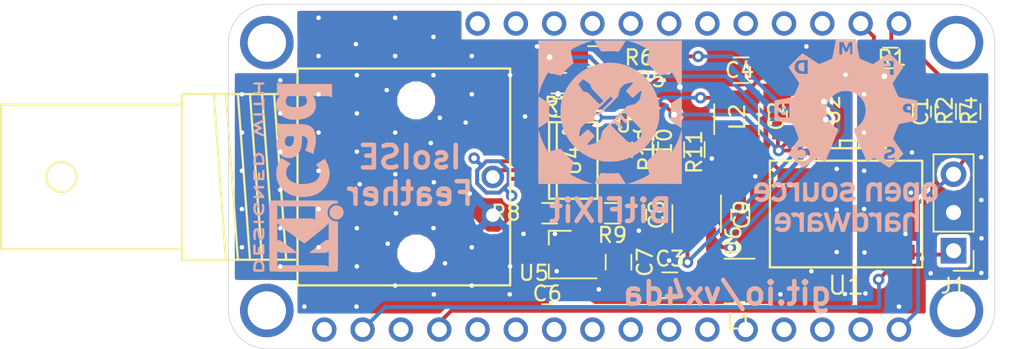
<source format=kicad_pcb>
(kicad_pcb (version 4) (host pcbnew 4.0.7+dfsg1-1~bpo8+1)
  (title_block (title "Isolon Reworked") (date 2018-03-04) (rev 0.3) (company BITFixIT))
  (layers (0 F.Cu signal) (31 B.Cu signal hide) (34 B.Paste user) (35 F.Paste user) (36 B.SilkS user hide) (37 F.SilkS user hide) (38 B.Mask user hide) (39 F.Mask user hide) (44 Edge.Cuts user))
  (net 0 "")
  (net 1 GND)
  (net 2 VCC)
  (net 3 Earth)
  (net 4 VDD)
  (net 5 VEE)
  (net 6 "Net-(C5-Pad1)")
  (net 7 "Net-(C5-Pad2)")
  (net 8 "Net-(C7-Pad1)")
  (net 9 "Net-(C8-Pad2)")
  (net 10 "Net-(L1-Pad1)")
  (net 11 "Net-(L2-Pad1)")
  (net 12 /SCL)
  (net 13 /SDA)
  (net 14 "Net-(J2-Pad1)")
  (net 15 "Net-(R5-Pad2)")
  (net 16 "Net-(R6-Pad2)")
  (net 17 "Net-(R10-Pad2)")
  (net 18 "Net-(R9-Pad1)")
  (net 19 "Net-(R10-Pad1)")
  (net 20 /21)
  (net 21 /~RESET)
  (net 22 /AREF)
  (net 23 /12)
  (net 24 /VBAT)
  (net 25 /EN)
  (net 26 /VUSB)
  (net 27 /13)
  (net 28 /27)
  (net 29 /33)
  (net 30 /15)
  (net 31 /32)
  (net 32 /14)
  (net 33 /A0)
  (net 34 /A1)
  (net 35 /A2)
  (net 36 /A3)
  (net 37 /A4)
  (net 38 /A5)
  (net 39 /SCK)
  (net 40 /MOSI)
  (net 41 /MISO)
  (net 42 /RX)
  (net 43 /TX)
  (module kicad-library:Via_0.6mm (layer F.Cu) (at 133.0833 109.9185)
    (fp_text reference REF** hide)
    (fp_text value Via_0.6mm hide)
    (pad 1 thru_hole circle (at 0 0) (size 0.6 0.6) (drill 0.3) (layers *.Cu) (net 3 Earth))
  )
  (module kicad-library:Via_0.6mm (layer F.Cu) (at 136.1186 108.8898)
    (fp_text reference REF** hide)
    (fp_text value Via_0.6mm hide)
    (pad 1 thru_hole circle (at 0 0) (size 0.6 0.6) (drill 0.3) (layers *.Cu) (net 3 Earth))
  )
  (module kicad-library:Via_0.6mm (layer F.Cu) (at 138.6586 110.1598)
    (fp_text reference REF** hide)
    (fp_text value Via_0.6mm hide)
    (pad 1 thru_hole circle (at 0 0) (size 0.6 0.6) (drill 0.3) (layers *.Cu) (net 3 Earth))
  )
  (module wq-boardv2:bitfixitlogoflipped (layer F.Cu) (at 147.828 101.1936)
    (fp_text reference G*** hide)
    (fp_text value LOGO hide)
  )
  (module kicad-library:Via_0.6mm (layer F.Cu) (at 147.0787 112.9538)
    (fp_text reference REF** hide)
    (fp_text value Via_0.6mm hide)
    (pad 1 thru_hole circle (at 0 0) (size 0.6 0.6) (drill 0.3) (layers *.Cu) (net 3 Earth))
  )
  (module kicad-library:Via_0.6mm (layer F.Cu) (at 149.733 109.0549)
    (fp_text reference REF** hide)
    (fp_text value Via_0.6mm hide)
    (pad 1 thru_hole circle (at 0 0) (size 0.6 0.6) (drill 0.3) (layers *.Cu) (net 3 Earth))
  )
  (module kicad-library:Via_0.6mm (layer F.Cu) (at 160.8455 96.8248)
    (fp_text reference REF** hide)
    (fp_text value Via_0.6mm hide)
    (pad 1 thru_hole circle (at 0 0) (size 0.6 0.6) (drill 0.3) (layers *.Cu) (net 3 Earth))
  )
  (module kicad-library:Via_0.6mm (layer F.Cu) (at 163.4363 98.7044)
    (fp_text reference REF** hide)
    (fp_text value Via_0.6mm hide)
    (pad 1 thru_hole circle (at 0 0) (size 0.6 0.6) (drill 0.3) (layers *.Cu) (net 3 Earth))
  )
  (module kicad-library:Via_0.6mm (layer F.Cu) (at 162.8521 104.9528)
    (fp_text reference REF** hide)
    (fp_text value Via_0.6mm hide)
    (pad 1 thru_hole circle (at 0 0) (size 0.6 0.6) (drill 0.3) (layers *.Cu) (net 3 Earth))
  )
  (module kicad-library:Via_0.6mm (layer F.Cu) (at 162.8521 107.6579)
    (fp_text reference REF** hide)
    (fp_text value Via_0.6mm hide)
    (pad 1 thru_hole circle (at 0 0) (size 0.6 0.6) (drill 0.3) (layers *.Cu) (net 3 Earth))
  )
  (module kicad-library:Via_0.6mm (layer F.Cu) (at 162.8521 110.4773)
    (fp_text reference REF** hide)
    (fp_text value Via_0.6mm hide)
    (pad 1 thru_hole circle (at 0 0) (size 0.6 0.6) (drill 0.3) (layers *.Cu) (net 3 Earth))
  )
  (module kicad-library:Via_0.6mm (layer F.Cu) (at 163.3982 113.2586)
    (fp_text reference REF** hide)
    (fp_text value Via_0.6mm hide)
    (pad 1 thru_hole circle (at 0 0) (size 0.6 0.6) (drill 0.3) (layers *.Cu) (net 3 Earth))
  )
  (module kicad-library:Via_0.6mm (layer F.Cu) (at 161.1757 111.7473)
    (fp_text reference REF** hide)
    (fp_text value Via_0.6mm hide)
    (pad 1 thru_hole circle (at 0 0) (size 0.6 0.6) (drill 0.3) (layers *.Cu) (net 3 Earth))
  )
  (module kicad-library:Via_0.6mm (layer F.Cu) (at 159.1183 113.284)
    (fp_text reference REF** hide)
    (fp_text value Via_0.6mm hide)
    (pad 1 thru_hole circle (at 0 0) (size 0.6 0.6) (drill 0.3) (layers *.Cu) (net 3 Earth))
  )
  (module kicad-library:Via_0.6mm (layer F.Cu) (at 157.4546 105.4481)
    (fp_text reference REF** hide)
    (fp_text value Via_0.6mm hide)
    (pad 1 thru_hole circle (at 0 0) (size 0.6 0.6) (drill 0.3) (layers *.Cu) (net 3 Earth))
  )
  (module kicad-library:Via_0.6mm (layer F.Cu) (at 154.5717 104.267)
    (fp_text reference REF** hide)
    (fp_text value Via_0.6mm hide)
    (pad 1 thru_hole circle (at 0 0) (size 0.6 0.6) (drill 0.3) (layers *.Cu) (net 3 Earth))
  )
  (module kicad-library:Via_0.6mm (layer F.Cu) (at 151.7396 111.0361)
    (fp_text reference REF** hide)
    (fp_text value Via_0.6mm hide)
    (pad 1 thru_hole circle (at 0 0) (size 0.6 0.6) (drill 0.3) (layers *.Cu) (net 3 Earth))
  )
  (module kicad-library:Via_0.6mm (layer F.Cu) (at 144.2847 111.7473)
    (fp_text reference REF** hide)
    (fp_text value Via_0.6mm hide)
    (pad 1 thru_hole circle (at 0 0) (size 0.6 0.6) (drill 0.3) (layers *.Cu) (net 3 Earth))
  )
  (module kicad-library:Via_0.6mm (layer F.Cu) (at 144.1704 109.2708)
    (fp_text reference REF** hide)
    (fp_text value Via_0.6mm hide)
    (pad 1 thru_hole circle (at 0 0) (size 0.6 0.6) (drill 0.3) (layers *.Cu) (net 3 Earth))
  )
  (module kicad-library:Via_0.6mm (layer F.Cu) (at 142.0876 109.2708)
    (fp_text reference REF** hide)
    (fp_text value Via_0.6mm hide)
    (pad 1 thru_hole circle (at 0 0) (size 0.6 0.6) (drill 0.3) (layers *.Cu) (net 3 Earth))
  )
  (module kicad-library:Via_0.6mm (layer F.Cu) (at 141.1732 113.284)
    (fp_text reference REF** hide)
    (fp_text value Via_0.6mm hide)
    (pad 1 thru_hole circle (at 0 0) (size 0.6 0.6) (drill 0.3) (layers *.Cu) (net 3 Earth))
  )
  (module kicad-library:Via_0.6mm (layer F.Cu) (at 138.6586 112.6998)
    (fp_text reference REF** hide)
    (fp_text value Via_0.6mm hide)
    (pad 1 thru_hole circle (at 0 0) (size 0.6 0.6) (drill 0.3) (layers *.Cu) (net 3 Earth))
  )
  (module kicad-library:Via_0.6mm (layer F.Cu) (at 136.144 113.284)
    (fp_text reference REF** hide)
    (fp_text value Via_0.6mm hide)
    (pad 1 thru_hole circle (at 0 0) (size 0.6 0.6) (drill 0.3) (layers *.Cu) (net 3 Earth))
  )
  (module kicad-library:Via_0.6mm (layer F.Cu) (at 133.5786 112.6998)
    (fp_text reference REF** hide)
    (fp_text value Via_0.6mm hide)
    (pad 1 thru_hole circle (at 0 0) (size 0.6 0.6) (drill 0.3) (layers *.Cu) (net 3 Earth))
  )
  (module kicad-library:Via_0.6mm (layer F.Cu) (at 131.0132 114.0968)
    (fp_text reference REF** hide)
    (fp_text value Via_0.6mm hide)
    (pad 1 thru_hole circle (at 0 0) (size 0.6 0.6) (drill 0.3) (layers *.Cu) (net 3 Earth))
  )
  (module kicad-library:Via_0.6mm (layer F.Cu) (at 127.5588 114.0968)
    (fp_text reference REF** hide)
    (fp_text value Via_0.6mm hide)
    (pad 1 thru_hole circle (at 0 0) (size 0.6 0.6) (drill 0.3) (layers *.Cu) (net 3 Earth))
  )
  (module kicad-library:Via_0.6mm (layer F.Cu) (at 141.1986 111.4298)
    (fp_text reference REF** hide)
    (fp_text value Via_0.6mm hide)
    (pad 1 thru_hole circle (at 0 0) (size 0.6 0.6) (drill 0.3) (layers *.Cu) (net 3 Earth))
  )
  (module kicad-library:Via_0.6mm (layer F.Cu) (at 136.8806 111.2266)
    (fp_text reference REF** hide)
    (fp_text value Via_0.6mm hide)
    (pad 1 thru_hole circle (at 0 0) (size 0.6 0.6) (drill 0.3) (layers *.Cu) (net 3 Earth))
  )
  (module kicad-library:Via_0.6mm (layer F.Cu) (at 131.0386 111.4298)
    (fp_text reference REF** hide)
    (fp_text value Via_0.6mm hide)
    (pad 1 thru_hole circle (at 0 0) (size 0.6 0.6) (drill 0.3) (layers *.Cu) (net 3 Earth))
  )
  (module kicad-library:Via_0.6mm (layer F.Cu) (at 128.4986 110.1598)
    (fp_text reference REF** hide)
    (fp_text value Via_0.6mm hide)
    (pad 1 thru_hole circle (at 0 0) (size 0.6 0.6) (drill 0.3) (layers *.Cu) (net 3 Earth))
  )
  (module kicad-library:Via_0.6mm (layer F.Cu) (at 125.9586 111.4298)
    (fp_text reference REF** hide)
    (fp_text value Via_0.6mm hide)
    (pad 1 thru_hole circle (at 0 0) (size 0.6 0.6) (drill 0.3) (layers *.Cu) (net 3 Earth))
  )
  (module kicad-library:Via_0.6mm (layer F.Cu) (at 123.4186 110.1598)
    (fp_text reference REF** hide)
    (fp_text value Via_0.6mm hide)
    (pad 1 thru_hole circle (at 0 0) (size 0.6 0.6) (drill 0.3) (layers *.Cu) (net 3 Earth))
  )
  (module kicad-library:Via_0.6mm (layer F.Cu) (at 138.5189 106.5911)
    (fp_text reference REF** hide)
    (fp_text value Via_0.6mm hide)
    (pad 1 thru_hole circle (at 0 0) (size 0.6 0.6) (drill 0.3) (layers *.Cu) (net 3 Earth))
  )
  (module kicad-library:Via_0.6mm (layer F.Cu) (at 133.6294 107.8992)
    (fp_text reference REF** hide)
    (fp_text value Via_0.6mm hide)
    (pad 1 thru_hole circle (at 0 0) (size 0.6 0.6) (drill 0.3) (layers *.Cu) (net 3 Earth))
  )
  (module kicad-library:Via_0.6mm (layer F.Cu) (at 131.0386 108.8898)
    (fp_text reference REF** hide)
    (fp_text value Via_0.6mm hide)
    (pad 1 thru_hole circle (at 0 0) (size 0.6 0.6) (drill 0.3) (layers *.Cu) (net 3 Earth))
  )
  (module kicad-library:Via_0.6mm (layer F.Cu) (at 128.4986 107.6198)
    (fp_text reference REF** hide)
    (fp_text value Via_0.6mm hide)
    (pad 1 thru_hole circle (at 0 0) (size 0.6 0.6) (drill 0.3) (layers *.Cu) (net 3 Earth))
  )
  (module kicad-library:Via_0.6mm (layer F.Cu) (at 125.9586 108.8898)
    (fp_text reference REF** hide)
    (fp_text value Via_0.6mm hide)
    (pad 1 thru_hole circle (at 0 0) (size 0.6 0.6) (drill 0.3) (layers *.Cu) (net 3 Earth))
  )
  (module kicad-library:Via_0.6mm (layer F.Cu) (at 123.4186 107.6198)
    (fp_text reference REF** hide)
    (fp_text value Via_0.6mm hide)
    (pad 1 thru_hole circle (at 0 0) (size 0.6 0.6) (drill 0.3) (layers *.Cu) (net 3 Earth))
  )
  (module kicad-library:Via_0.6mm (layer F.Cu) (at 136.144 105.8418)
    (fp_text reference REF** hide)
    (fp_text value Via_0.6mm hide)
    (pad 1 thru_hole circle (at 0 0) (size 0.6 0.6) (drill 0.3) (layers *.Cu) (net 3 Earth))
  )
  (module kicad-library:Via_0.6mm (layer F.Cu) (at 133.5913 105.3084)
    (fp_text reference REF** hide)
    (fp_text value Via_0.6mm hide)
    (pad 1 thru_hole circle (at 0 0) (size 0.6 0.6) (drill 0.3) (layers *.Cu) (net 3 Earth))
  )
  (module kicad-library:Via_0.6mm (layer F.Cu) (at 131.2291 105.9688)
    (fp_text reference REF** hide)
    (fp_text value Via_0.6mm hide)
    (pad 1 thru_hole circle (at 0 0) (size 0.6 0.6) (drill 0.3) (layers *.Cu) (net 3 Earth))
  )
  (module kicad-library:Via_0.6mm (layer F.Cu) (at 128.4986 105.0798)
    (fp_text reference REF** hide)
    (fp_text value Via_0.6mm hide)
    (pad 1 thru_hole circle (at 0 0) (size 0.6 0.6) (drill 0.3) (layers *.Cu) (net 3 Earth))
  )
  (module kicad-library:Via_0.6mm (layer F.Cu) (at 125.9586 106.3498)
    (fp_text reference REF** hide)
    (fp_text value Via_0.6mm hide)
    (pad 1 thru_hole circle (at 0 0) (size 0.6 0.6) (drill 0.3) (layers *.Cu) (net 3 Earth))
  )
  (module kicad-library:Via_0.6mm (layer F.Cu) (at 123.4186 105.0798)
    (fp_text reference REF** hide)
    (fp_text value Via_0.6mm hide)
    (pad 1 thru_hole circle (at 0 0) (size 0.6 0.6) (drill 0.3) (layers *.Cu) (net 3 Earth))
  )
  (module kicad-library:Via_0.6mm (layer F.Cu) (at 138.2522 101.8794)
    (fp_text reference REF** hide)
    (fp_text value Via_0.6mm hide)
    (pad 1 thru_hole circle (at 0 0) (size 0.6 0.6) (drill 0.3) (layers *.Cu) (net 3 Earth))
  )
  (module kicad-library:Via_0.6mm (layer F.Cu) (at 135.9408 103.2383)
    (fp_text reference REF** hide)
    (fp_text value Via_0.6mm hide)
    (pad 1 thru_hole circle (at 0 0) (size 0.6 0.6) (drill 0.3) (layers *.Cu) (net 3 Earth))
  )
  (module kicad-library:Via_0.6mm (layer F.Cu) (at 133.5786 102.5398)
    (fp_text reference REF** hide)
    (fp_text value Via_0.6mm hide)
    (pad 1 thru_hole circle (at 0 0) (size 0.6 0.6) (drill 0.3) (layers *.Cu) (net 3 Earth))
  )
  (module kicad-library:Via_0.6mm (layer F.Cu) (at 131.0386 103.8098)
    (fp_text reference REF** hide)
    (fp_text value Via_0.6mm hide)
    (pad 1 thru_hole circle (at 0 0) (size 0.6 0.6) (drill 0.3) (layers *.Cu) (net 3 Earth))
  )
  (module kicad-library:Via_0.6mm (layer F.Cu) (at 128.4986 102.5398)
    (fp_text reference REF** hide)
    (fp_text value Via_0.6mm hide)
    (pad 1 thru_hole circle (at 0 0) (size 0.6 0.6) (drill 0.3) (layers *.Cu) (net 3 Earth))
  )
  (module kicad-library:Via_0.6mm (layer F.Cu) (at 125.9586 103.8098)
    (fp_text reference REF** hide)
    (fp_text value Via_0.6mm hide)
    (pad 1 thru_hole circle (at 0 0) (size 0.6 0.6) (drill 0.3) (layers *.Cu) (net 3 Earth))
  )
  (module kicad-library:Via_0.6mm (layer F.Cu) (at 123.4186 102.5398)
    (fp_text reference REF** hide)
    (fp_text value Via_0.6mm hide)
    (pad 1 thru_hole circle (at 0 0) (size 0.6 0.6) (drill 0.3) (layers *.Cu) (net 3 Earth))
  )
  (module kicad-library:Via_0.6mm (layer F.Cu) (at 142.1892 101.473)
    (fp_text reference REF** hide)
    (fp_text value Via_0.6mm hide)
    (pad 1 thru_hole circle (at 0 0) (size 0.6 0.6) (drill 0.3) (layers *.Cu) (net 3 Earth))
  )
  (module kicad-library:Via_0.6mm (layer F.Cu) (at 138.6586 99.9998)
    (fp_text reference REF** hide)
    (fp_text value Via_0.6mm hide)
    (pad 1 thru_hole circle (at 0 0) (size 0.6 0.6) (drill 0.3) (layers *.Cu) (net 3 Earth))
  )
  (module kicad-library:Via_0.6mm (layer F.Cu) (at 136.5377 101.5619)
    (fp_text reference REF** hide)
    (fp_text value Via_0.6mm hide)
    (pad 1 thru_hole circle (at 0 0) (size 0.6 0.6) (drill 0.3) (layers *.Cu) (net 3 Earth))
  )
  (module kicad-library:Via_0.6mm (layer F.Cu) (at 133.0198 99.7204)
    (fp_text reference REF** hide)
    (fp_text value Via_0.6mm hide)
    (pad 1 thru_hole circle (at 0 0) (size 0.6 0.6) (drill 0.3) (layers *.Cu) (net 3 Earth))
  )
  (module kicad-library:Via_0.6mm (layer F.Cu) (at 131.0386 101.2698)
    (fp_text reference REF** hide)
    (fp_text value Via_0.6mm hide)
    (pad 1 thru_hole circle (at 0 0) (size 0.6 0.6) (drill 0.3) (layers *.Cu) (net 3 Earth))
  )
  (module kicad-library:Via_0.6mm (layer F.Cu) (at 128.4986 99.9998)
    (fp_text reference REF** hide)
    (fp_text value Via_0.6mm hide)
    (pad 1 thru_hole circle (at 0 0) (size 0.6 0.6) (drill 0.3) (layers *.Cu) (net 3 Earth))
  )
  (module kicad-library:Via_0.6mm (layer F.Cu) (at 125.9586 101.2698)
    (fp_text reference REF** hide)
    (fp_text value Via_0.6mm hide)
    (pad 1 thru_hole circle (at 0 0) (size 0.6 0.6) (drill 0.3) (layers *.Cu) (net 3 Earth))
  )
  (module kicad-library:Via_0.6mm (layer F.Cu) (at 123.4186 99.9998)
    (fp_text reference REF** hide)
    (fp_text value Via_0.6mm hide)
    (pad 1 thru_hole circle (at 0 0) (size 0.6 0.6) (drill 0.3) (layers *.Cu) (net 3 Earth))
  )
  (module kicad-library:Via_0.6mm (layer F.Cu) (at 141.1986 98.7298)
    (fp_text reference REF** hide)
    (fp_text value Via_0.6mm hide)
    (pad 1 thru_hole circle (at 0 0) (size 0.6 0.6) (drill 0.3) (layers *.Cu) (net 3 Earth))
  )
  (module kicad-library:Via_0.6mm (layer F.Cu) (at 138.6586 97.4598)
    (fp_text reference REF** hide)
    (fp_text value Via_0.6mm hide)
    (pad 1 thru_hole circle (at 0 0) (size 0.6 0.6) (drill 0.3) (layers *.Cu) (net 3 Earth))
  )
  (module kicad-library:Via_0.6mm (layer F.Cu) (at 136.1186 98.7298)
    (fp_text reference REF** hide)
    (fp_text value Via_0.6mm hide)
    (pad 1 thru_hole circle (at 0 0) (size 0.6 0.6) (drill 0.3) (layers *.Cu) (net 3 Earth))
  )
  (module kicad-library:Via_0.6mm (layer F.Cu) (at 133.5786 97.4598)
    (fp_text reference REF** hide)
    (fp_text value Via_0.6mm hide)
    (pad 1 thru_hole circle (at 0 0) (size 0.6 0.6) (drill 0.3) (layers *.Cu) (net 3 Earth))
  )
  (module kicad-library:Via_0.6mm (layer F.Cu) (at 131.0386 98.7298)
    (fp_text reference REF** hide)
    (fp_text value Via_0.6mm hide)
    (pad 1 thru_hole circle (at 0 0) (size 0.6 0.6) (drill 0.3) (layers *.Cu) (net 3 Earth))
  )
  (module kicad-library:Via_0.6mm (layer F.Cu) (at 128.4986 97.4598)
    (fp_text reference REF** hide)
    (fp_text value Via_0.6mm hide)
    (pad 1 thru_hole circle (at 0 0) (size 0.6 0.6) (drill 0.3) (layers *.Cu) (net 3 Earth))
  )
  (module kicad-library:Via_0.6mm (layer F.Cu) (at 125.9586 99.0727)
    (fp_text reference REF** hide)
    (fp_text value Via_0.6mm hide)
    (pad 1 thru_hole circle (at 0 0) (size 0.6 0.6) (drill 0.3) (layers *.Cu) (net 3 Earth))
  )
  (module kicad-library:Via_0.6mm (layer F.Cu) (at 142.9766 96.8248)
    (fp_text reference REF** hide)
    (fp_text value Via_0.6mm hide)
    (pad 1 thru_hole circle (at 0 0) (size 0.6 0.6) (drill 0.3) (layers *.Cu) (net 3 Earth))
  )
  (module kicad-library:Via_0.6mm (layer F.Cu) (at 136.1186 96.1898)
    (fp_text reference REF** hide)
    (fp_text value Via_0.6mm hide)
    (pad 1 thru_hole circle (at 0 0) (size 0.6 0.6) (drill 0.3) (layers *.Cu) (net 3 Earth))
  )
  (module kicad-library:Via_0.6mm (layer F.Cu) (at 133.5786 94.9198)
    (fp_text reference REF** hide)
    (fp_text value Via_0.6mm hide)
    (pad 1 thru_hole circle (at 0 0) (size 0.6 0.6) (drill 0.3) (layers *.Cu) (net 3 Earth))
  )
  (module kicad-library:Via_0.6mm (layer F.Cu) (at 130.9751 96.6724)
    (fp_text reference REF** hide)
    (fp_text value Via_0.6mm hide)
    (pad 1 thru_hole circle (at 0 0) (size 0.6 0.6) (drill 0.3) (layers *.Cu) (net 3 Earth))
  )
  (module kicad-library:Via_0.6mm (layer F.Cu) (at 128.4986 94.9198)
    (fp_text reference REF** hide)
    (fp_text value Via_0.6mm hide)
    (pad 1 thru_hole circle (at 0 0) (size 0.6 0.6) (drill 0.3) (layers *.Cu) (net 3 Earth))
  )
  (module kicad-library:Via_0.6mm (layer F.Cu) (at 172.4406 111.8616)
    (fp_text reference REF** hide)
    (fp_text value Via_0.6mm hide)
    (pad 1 thru_hole circle (at 0 0) (size 0.6 0.6) (drill 0.3) (layers *.Cu) (net 1 GND))
  )
  (module kicad-library:Via_0.6mm (layer F.Cu) (at 172.4533 109.5629)
    (fp_text reference REF** hide)
    (fp_text value Via_0.6mm hide)
    (pad 1 thru_hole circle (at 0 0) (size 0.6 0.6) (drill 0.3) (layers *.Cu) (net 1 GND))
  )
  (module kicad-library:Via_0.6mm (layer F.Cu) (at 172.4406 107.0229)
    (fp_text reference REF** hide)
    (fp_text value Via_0.6mm hide)
    (pad 1 thru_hole circle (at 0 0) (size 0.6 0.6) (drill 0.3) (layers *.Cu) (net 1 GND))
  )
  (module kicad-library:Via_0.6mm (layer F.Cu) (at 172.4406 104.1781)
    (fp_text reference REF** hide)
    (fp_text value Via_0.6mm hide)
    (pad 1 thru_hole circle (at 0 0) (size 0.6 0.6) (drill 0.3) (layers *.Cu) (net 1 GND))
  )
  (module kicad-library:Via_0.6mm (layer F.Cu) (at 166.9796 114.0968)
    (fp_text reference REF** hide)
    (fp_text value Via_0.6mm hide)
    (pad 1 thru_hole circle (at 0 0) (size 0.6 0.6) (drill 0.3) (layers *.Cu) (net 1 GND))
  )
  (module kicad-library:Via_0.6mm (layer F.Cu) (at 164.7571 113.2205)
    (fp_text reference REF** hide)
    (fp_text value Via_0.6mm hide)
    (pad 1 thru_hole circle (at 0 0) (size 0.6 0.6) (drill 0.3) (layers *.Cu) (net 1 GND))
  )
  (module kicad-library:Via_0.6mm (layer F.Cu) (at 169.0878 111.887)
    (fp_text reference REF** hide)
    (fp_text value Via_0.6mm hide)
    (pad 1 thru_hole circle (at 0 0) (size 0.6 0.6) (drill 0.3) (layers *.Cu) (net 1 GND))
  )
  (module kicad-library:Via_0.6mm (layer F.Cu) (at 164.6936 110.5027)
    (fp_text reference REF** hide)
    (fp_text value Via_0.6mm hide)
    (pad 1 thru_hole circle (at 0 0) (size 0.6 0.6) (drill 0.3) (layers *.Cu) (net 1 GND))
  )
  (module kicad-library:Via_0.6mm (layer F.Cu) (at 167.4114 109.2708)
    (fp_text reference REF** hide)
    (fp_text value Via_0.6mm hide)
    (pad 1 thru_hole circle (at 0 0) (size 0.6 0.6) (drill 0.3) (layers *.Cu) (net 1 GND))
  )
  (module kicad-library:Via_0.6mm (layer F.Cu) (at 164.6682 107.6198)
    (fp_text reference REF** hide)
    (fp_text value Via_0.6mm hide)
    (pad 1 thru_hole circle (at 0 0) (size 0.6 0.6) (drill 0.3) (layers *.Cu) (net 1 GND))
  )
  (module kicad-library:Via_0.6mm (layer F.Cu) (at 167.767 106.5276)
    (fp_text reference REF** hide)
    (fp_text value Via_0.6mm hide)
    (pad 1 thru_hole circle (at 0 0) (size 0.6 0.6) (drill 0.3) (layers *.Cu) (net 1 GND))
  )
  (module kicad-library:Via_0.6mm (layer F.Cu) (at 164.6682 105.0798)
    (fp_text reference REF** hide)
    (fp_text value Via_0.6mm hide)
    (pad 1 thru_hole circle (at 0 0) (size 0.6 0.6) (drill 0.3) (layers *.Cu) (net 1 GND))
  )
  (module kicad-library:Via_0.6mm (layer F.Cu) (at 167.8432 103.8606)
    (fp_text reference REF** hide)
    (fp_text value Via_0.6mm hide)
    (pad 1 thru_hole circle (at 0 0) (size 0.6 0.6) (drill 0.3) (layers *.Cu) (net 1 GND))
  )
  (module kicad-library:Via_0.6mm (layer F.Cu) (at 164.6682 102.5398)
    (fp_text reference REF** hide)
    (fp_text value Via_0.6mm hide)
    (pad 1 thru_hole circle (at 0 0) (size 0.6 0.6) (drill 0.3) (layers *.Cu) (net 1 GND))
  )
  (module SMD_Packages:SOIC-8-N (layer F.Cu) (at 163.83 101.0412 90)
    (fp_text reference U2 (at 0 -1.27 90) (layer F.SilkS))
    (fp_text value ADUM1250ARZ)
    (pad 8 smd rect (at -1.905 -3.175 90) (size 0.508 1.143) (layers F.Cu F.Paste F.Mask) (net 4 VDD))
    (pad 7 smd rect (at -0.635 -3.175 90) (size 0.508 1.143) (layers F.Cu F.Paste F.Mask) (net 16 "Net-(R6-Pad2)"))
    (pad 6 smd rect (at 0.635 -3.175 90) (size 0.508 1.143) (layers F.Cu F.Paste F.Mask) (net 15 "Net-(R5-Pad2)"))
    (pad 5 smd rect (at 1.905 -3.175 90) (size 0.508 1.143) (layers F.Cu F.Paste F.Mask) (net 3 Earth))
    (pad 4 smd rect (at 1.905 3.175 90) (size 0.508 1.143) (layers F.Cu F.Paste F.Mask) (net 1 GND))
    (pad 3 smd rect (at 0.635 3.175 90) (size 0.508 1.143) (layers F.Cu F.Paste F.Mask) (net 12 /SCL))
    (pad 2 smd rect (at -0.635 3.175 90) (size 0.508 1.143) (layers F.Cu F.Paste F.Mask) (net 13 /SDA))
    (pad 1 smd rect (at -1.905 3.175 90) (size 0.508 1.143) (layers F.Cu F.Paste F.Mask) (net 2 VCC))
  )
  (module Resistors_SMD:R_0603_HandSoldering (layer F.Cu) (at 166.4208 97.5868 180)
    (fp_text reference R1 (at -0.1016 0 180) (layer F.SilkS))
    (fp_text value 3K)
    (pad 1 smd rect (at -1.1 0 180) (size 1.2 0.9) (layers F.Cu F.Paste F.Mask) (net 2 VCC))
    (pad 2 smd rect (at 1.1 0 180) (size 1.2 0.9) (layers F.Cu F.Paste F.Mask) (net 12 /SCL))
  )
  (module Capacitors_SMD:C_0805_HandSoldering (layer F.Cu) (at 151.7904 112.6744)
    (fp_text reference C3 (at 0 -1.75) (layer F.SilkS))
    (fp_text value 10uF)
    (pad 1 smd rect (at -1.25 0) (size 1.5 1.25) (layers F.Cu F.Paste F.Mask) (net 3 Earth))
    (pad 2 smd rect (at 1.25 0) (size 1.5 1.25) (layers F.Cu F.Paste F.Mask) (net 4 VDD))
  )
  (module Capacitors_SMD:C_0805_HandSoldering (layer F.Cu) (at 156.5148 98.3996 180)
    (fp_text reference C4 (at 0.1016 0 180) (layer F.SilkS))
    (fp_text value 10uF)
    (pad 1 smd rect (at -1.25 0 180) (size 1.5 1.25) (layers F.Cu F.Paste F.Mask) (net 5 VEE))
    (pad 2 smd rect (at 1.25 0 180) (size 1.5 1.25) (layers F.Cu F.Paste F.Mask) (net 3 Earth))
  )
  (module Capacitors_SMD:C_0805_HandSoldering (layer F.Cu) (at 148.3868 111.1504 270)
    (fp_text reference C7 (at 0 -1.75 270) (layer F.SilkS))
    (fp_text value 10uF)
    (pad 1 smd rect (at -1.25 0 270) (size 1.5 1.25) (layers F.Cu F.Paste F.Mask) (net 8 "Net-(C7-Pad1)"))
    (pad 2 smd rect (at 1.25 0 270) (size 1.5 1.25) (layers F.Cu F.Paste F.Mask) (net 3 Earth))
  )
  (module Resistors_SMD:R_0603_HandSoldering (layer F.Cu) (at 170.0784 101.1428 90)
    (fp_text reference R2 (at 0.0508 -0.0508 90) (layer F.SilkS))
    (fp_text value 3K)
    (pad 1 smd rect (at -1.1 0 90) (size 1.2 0.9) (layers F.Cu F.Paste F.Mask) (net 2 VCC))
    (pad 2 smd rect (at 1.1 0 90) (size 1.2 0.9) (layers F.Cu F.Paste F.Mask) (net 13 /SDA))
  )
  (module Resistors_SMD:R_0603_HandSoldering (layer F.Cu) (at 171.704 101.1428 270)
    (fp_text reference R4 (at -0.0508 0.0635 270) (layer F.SilkS))
    (fp_text value 4.7K)
    (pad 1 smd rect (at -1.1 0 270) (size 1.2 0.9) (layers F.Cu F.Paste F.Mask) (net 2 VCC))
    (pad 2 smd rect (at 1.1 0 270) (size 1.2 0.9) (layers F.Cu F.Paste F.Mask) (net 20 /21))
  )
  (module Resistors_SMD:R_0603_HandSoldering (layer F.Cu) (at 151.2316 97.4852)
    (fp_text reference R5 (at -0.7 1.52) (layer F.SilkS))
    (fp_text value 4.7K)
    (pad 1 smd rect (at -1.1 0) (size 1.2 0.9) (layers F.Cu F.Paste F.Mask) (net 4 VDD))
    (pad 2 smd rect (at 1.1 0) (size 1.2 0.9) (layers F.Cu F.Paste F.Mask) (net 15 "Net-(R5-Pad2)"))
  )
  (module Resistors_SMD:R_0603_HandSoldering (layer F.Cu) (at 146.8628 97.4852 180)
    (fp_text reference R6 (at -2.8956 -0.0762 180) (layer F.SilkS))
    (fp_text value 4.7K)
    (pad 1 smd rect (at -1.1 0 180) (size 1.2 0.9) (layers F.Cu F.Paste F.Mask) (net 4 VDD))
    (pad 2 smd rect (at 1.1 0 180) (size 1.2 0.9) (layers F.Cu F.Paste F.Mask) (net 16 "Net-(R6-Pad2)"))
  )
  (module Resistors_SMD:R_0603_HandSoldering (layer F.Cu) (at 144.4244 99.2632 180)
    (fp_text reference R7 (at 0 -1.45 180) (layer F.SilkS))
    (fp_text value 10K)
    (pad 1 smd rect (at -1.1 0 180) (size 1.2 0.9) (layers F.Cu F.Paste F.Mask) (net 7 "Net-(C5-Pad2)"))
    (pad 2 smd rect (at 1.1 0 180) (size 1.2 0.9) (layers F.Cu F.Paste F.Mask) (net 3 Earth))
  )
  (module Resistors_SMD:R_0603_HandSoldering (layer F.Cu) (at 143.8148 107.8992 180)
    (fp_text reference R8 (at 2.8956 0.0254 180) (layer F.SilkS))
    (fp_text value 100K)
    (pad 1 smd rect (at -1.1 0 180) (size 1.2 0.9) (layers F.Cu F.Paste F.Mask) (net 17 "Net-(R10-Pad2)"))
    (pad 2 smd rect (at 1.1 0 180) (size 1.2 0.9) (layers F.Cu F.Paste F.Mask) (net 6 "Net-(C5-Pad1)"))
  )
  (module TO_SOT_Packages_SMD:SOT-363_SC-70-6_Handsoldering (layer F.Cu) (at 149.1996 100.0252 180)
    (fp_text reference U3 (at 0 -2 180) (layer F.SilkS))
    (fp_text value MCP4017)
    (pad 1 smd rect (at -1.33 -0.65 180) (size 1.5 0.4) (layers F.Cu F.Paste F.Mask) (net 4 VDD))
    (pad 2 smd rect (at -1.33 0 180) (size 1.5 0.4) (layers F.Cu F.Paste F.Mask) (net 3 Earth))
    (pad 3 smd rect (at -1.33 0.65 180) (size 1.5 0.4) (layers F.Cu F.Paste F.Mask) (net 15 "Net-(R5-Pad2)"))
    (pad 4 smd rect (at 1.33 0.65 180) (size 1.5 0.4) (layers F.Cu F.Paste F.Mask) (net 16 "Net-(R6-Pad2)"))
    (pad 5 smd rect (at 1.33 0 180) (size 1.5 0.4) (layers F.Cu F.Paste F.Mask) (net 6 "Net-(C5-Pad1)"))
    (pad 6 smd rect (at 1.33 -0.65 180) (size 1.5 0.4) (layers F.Cu F.Paste F.Mask) (net 7 "Net-(C5-Pad2)"))
  )
  (module TO_SOT_Packages_SMD:SOT-23_Handsoldering (layer F.Cu) (at 144.526 110.6424 180)
    (fp_text reference U5 (at 1.7526 -1.2192 180) (layer F.SilkS))
    (fp_text value REF3130)
    (pad 1 smd rect (at -1.5 -0.95 180) (size 1.9 0.8) (layers F.Cu F.Paste F.Mask) (net 3 Earth))
    (pad 2 smd rect (at -1.5 0.95 180) (size 1.9 0.8) (layers F.Cu F.Paste F.Mask) (net 8 "Net-(C7-Pad1)"))
    (pad 3 smd rect (at 1.5 0 180) (size 1.9 0.8) (layers F.Cu F.Paste F.Mask) (net 4 VDD))
  )
  (module TO_SOT_Packages_SMD:SOT-23-5_HandSoldering (layer F.Cu) (at 153.5684 108.2548 270)
    (fp_text reference U6 (at 1.4478 -2.4384 270) (layer F.SilkS))
    (fp_text value MCP3221)
    (pad 1 smd rect (at -1.35 -0.95 270) (size 1.56 0.65) (layers F.Cu F.Paste F.Mask) (net 8 "Net-(C7-Pad1)"))
    (pad 2 smd rect (at -1.35 0 270) (size 1.56 0.65) (layers F.Cu F.Paste F.Mask) (net 3 Earth))
    (pad 3 smd rect (at -1.35 0.95 270) (size 1.56 0.65) (layers F.Cu F.Paste F.Mask) (net 9 "Net-(C8-Pad2)"))
    (pad 4 smd rect (at 1.35 0.95 270) (size 1.56 0.65) (layers F.Cu F.Paste F.Mask) (net 16 "Net-(R6-Pad2)"))
    (pad 5 smd rect (at 1.35 -0.95 270) (size 1.56 0.65) (layers F.Cu F.Paste F.Mask) (net 15 "Net-(R5-Pad2)"))
  )
  (module Resistors_SMD:R_0603_HandSoldering (layer F.Cu) (at 147.9804 107.8992 180)
    (fp_text reference R9 (at 0 -1.45 180) (layer F.SilkS))
    (fp_text value 3K)
    (pad 1 smd rect (at -1.1 0 180) (size 1.2 0.9) (layers F.Cu F.Paste F.Mask) (net 18 "Net-(R9-Pad1)"))
    (pad 2 smd rect (at 1.1 0 180) (size 1.2 0.9) (layers F.Cu F.Paste F.Mask) (net 8 "Net-(C7-Pad1)"))
  )
  (module Resistors_SMD:R_0603_HandSoldering (layer F.Cu) (at 149.9616 103.6828 270)
    (fp_text reference R10 (at 0 -1.45 270) (layer F.SilkS))
    (fp_text value 100K)
    (pad 1 smd rect (at -1.1 0 270) (size 1.2 0.9) (layers F.Cu F.Paste F.Mask) (net 19 "Net-(R10-Pad1)"))
    (pad 2 smd rect (at 1.1 0 270) (size 1.2 0.9) (layers F.Cu F.Paste F.Mask) (net 17 "Net-(R10-Pad2)"))
  )
  (module kicad-library:Inductor_Murata_8200 (layer F.Cu) (at 156.21 101.6508 90)
    (fp_text reference L2 (at 0.1524 0.0508 90) (layer F.SilkS))
    (fp_text value 10uH)
    (pad 1 smd rect (at -1.143 0 90) (size 1.524 3.048) (layers F.Cu F.Paste F.Mask) (net 11 "Net-(L2-Pad1)"))
    (pad 2 smd rect (at 1.143 0 90) (size 1.524 3.048) (layers F.Cu F.Paste F.Mask) (net 5 VEE))
  )
  (module kicad-library:Inductor_Murata_8200 (layer F.Cu) (at 156.4132 112.395 180)
    (fp_text reference L1 (at 0 -2.7 180) (layer F.SilkS))
    (fp_text value 10uH)
    (pad 1 smd rect (at -1.143 0 180) (size 1.524 3.048) (layers F.Cu F.Paste F.Mask) (net 10 "Net-(L1-Pad1)"))
    (pad 2 smd rect (at 1.143 0 180) (size 1.524 3.048) (layers F.Cu F.Paste F.Mask) (net 4 VDD))
  )
  (module kicad-library:C_0603_HandSoldering (layer F.Cu) (at 144.4244 100.8888)
    (fp_text reference C5 (at 0 0.1016 180) (layer F.SilkS))
    (fp_text value 0.1uF)
    (pad 1 smd rect (at -0.95 0) (size 1.2 0.75) (layers F.Cu F.Paste F.Mask) (net 6 "Net-(C5-Pad1)"))
    (pad 2 smd rect (at 0.95 0) (size 1.2 0.75) (layers F.Cu F.Paste F.Mask) (net 7 "Net-(C5-Pad2)"))
  )
  (module kicad-library:C_0603_HandSoldering (layer F.Cu) (at 143.6624 113.3348 180)
    (fp_text reference C6 (at 0 0.1016 360) (layer F.SilkS))
    (fp_text value 0.1uF)
    (pad 1 smd rect (at -0.95 0 180) (size 1.2 0.75) (layers F.Cu F.Paste F.Mask) (net 4 VDD))
    (pad 2 smd rect (at 0.95 0 180) (size 1.2 0.75) (layers F.Cu F.Paste F.Mask) (net 3 Earth))
  )
  (module kicad-library:C_0603_HandSoldering (layer F.Cu) (at 156.464 108.0008 90)
    (fp_text reference C9 (at 0 0.1016 270) (layer F.SilkS))
    (fp_text value 0.1uF)
    (pad 1 smd rect (at -0.95 0 90) (size 1.2 0.75) (layers F.Cu F.Paste F.Mask) (net 3 Earth))
    (pad 2 smd rect (at 0.95 0 90) (size 1.2 0.75) (layers F.Cu F.Paste F.Mask) (net 8 "Net-(C7-Pad1)"))
  )
  (module kicad-library:C_0603_HandSoldering (layer F.Cu) (at 168.5036 101.1428 270)
    (fp_text reference C1 (at 0 0.1016 450) (layer F.SilkS))
    (fp_text value 0.1uF)
    (pad 1 smd rect (at -0.95 0 270) (size 1.2 0.75) (layers F.Cu F.Paste F.Mask) (net 1 GND))
    (pad 2 smd rect (at 0.95 0 270) (size 1.2 0.75) (layers F.Cu F.Paste F.Mask) (net 2 VCC))
  )
  (module kicad-library:C_0603_HandSoldering (layer F.Cu) (at 158.9532 101.4476 270)
    (fp_text reference C2 (at 0 0.1016 450) (layer F.SilkS))
    (fp_text value 0.1uF)
    (pad 1 smd rect (at -0.95 0 270) (size 1.2 0.75) (layers F.Cu F.Paste F.Mask) (net 3 Earth))
    (pad 2 smd rect (at 0.95 0 270) (size 1.2 0.75) (layers F.Cu F.Paste F.Mask) (net 4 VDD))
  )
  (module kicad-library:C_0603_HandSoldering (layer F.Cu) (at 150.8252 108.0008 90)
    (fp_text reference C8 (at 0 0.1016 270) (layer F.SilkS))
    (fp_text value 220pF)
    (pad 1 smd rect (at -0.95 0 90) (size 1.2 0.75) (layers F.Cu F.Paste F.Mask) (net 3 Earth))
    (pad 2 smd rect (at 0.95 0 90) (size 1.2 0.75) (layers F.Cu F.Paste F.Mask) (net 9 "Net-(C8-Pad2)"))
  )
  (module kicad-library:5pinMTU (layer F.Cu) (at 163.4744 107.95 90)
    (fp_text reference U1 (at -4.74 0 180) (layer F.SilkS) (effects (font (size 1.2 1.2))))
    (fp_text value MTU1D0305MC)
    (pad 6 smd rect (at -2.54 -3.25 90) (size 1 2.6) (layers F.Cu F.Paste F.Mask) (net 10 "Net-(L1-Pad1)"))
    (pad 1 smd rect (at -2.54 3.25 90) (size 1 2.6) (layers F.Cu F.Paste F.Mask) (net 2 VCC))
    (pad 5 smd rect (at 0 -3.25 90) (size 1 2.6) (layers F.Cu F.Paste F.Mask) (net 3 Earth))
    (pad 4 smd rect (at 2.54 -3.25 90) (size 1 2.6) (layers F.Cu F.Paste F.Mask) (net 11 "Net-(L2-Pad1)"))
    (pad 3 smd rect (at 2.54 3.25 90) (size 1 2.6) (layers F.Cu F.Paste F.Mask) (net 1 GND))
  )
  (module Resistors_SMD:R_0603_HandSoldering (layer F.Cu) (at 153.416 103.6828 270)
    (fp_text reference R11 (at 0.1524 0 270) (layer F.SilkS))
    (fp_text value 1K)
    (pad 1 smd rect (at -1.1 0 270) (size 1.2 0.9) (layers F.Cu F.Paste F.Mask) (net 3 Earth))
    (pad 2 smd rect (at 1.1 0 270) (size 1.2 0.9) (layers F.Cu F.Paste F.Mask) (net 8 "Net-(C7-Pad1)"))
  )
  (module Pin_Headers:Pin_Header_Straight_1x03_Pitch2.54mm (layer F.Cu) (at 170.5991 110.3884 180)
    (fp_text reference J1 (at 0 -2.33 180) (layer F.SilkS))
    (fp_text value Conn_01x03)
    (pad 1 thru_hole rect (at 0 0 180) (size 1.7 1.7) (drill 1) (layers *.Cu *.Mask) (net 2 VCC))
    (pad 2 thru_hole oval (at 0 2.54 180) (size 1.7 1.7) (drill 1) (layers *.Cu *.Mask) (net 1 GND))
    (pad 3 thru_hole oval (at 0 5.08 180) (size 1.7 1.7) (drill 1) (layers *.Cu *.Mask) (net 20 /21))
  )
  (module Resistors_SMD:R_0603_HandSoldering (layer F.Cu) (at 151.6888 103.6828 90)
    (fp_text reference R12 (at 0 -1.45 90) (layer F.SilkS))
    (fp_text value 500R)
    (pad 1 smd rect (at -1.1 0 90) (size 1.2 0.9) (layers F.Cu F.Paste F.Mask) (net 9 "Net-(C8-Pad2)"))
    (pad 2 smd rect (at 1.1 0 90) (size 1.2 0.9) (layers F.Cu F.Paste F.Mask) (net 19 "Net-(R10-Pad1)"))
  )
  (module kicad-library:SOP-8L (layer F.Cu) (at 145.3896 104.394 270)
    (fp_text reference U4 (at 0 0 270) (layer F.SilkS))
    (fp_text value TL072)
    (pad 1 smd oval (at -1.905 2.7 270) (size 0.6 1.55) (layers F.Cu F.Paste F.Mask) (net 6 "Net-(C5-Pad1)"))
    (pad 2 smd oval (at -0.635 2.7 270) (size 0.6 1.55) (layers F.Cu F.Paste F.Mask) (net 7 "Net-(C5-Pad2)"))
    (pad 3 smd oval (at 0.635 2.7 270) (size 0.6 1.55) (layers F.Cu F.Paste F.Mask) (net 14 "Net-(J2-Pad1)"))
    (pad 4 smd oval (at 1.905 2.7 270) (size 0.6 1.55) (layers F.Cu F.Paste F.Mask) (net 5 VEE))
    (pad 5 smd oval (at 1.905 -2.7 270) (size 0.6 1.55) (layers F.Cu F.Paste F.Mask) (net 18 "Net-(R9-Pad1)"))
    (pad 6 smd oval (at 0.635 -2.7 270) (size 0.6 1.55) (layers F.Cu F.Paste F.Mask) (net 17 "Net-(R10-Pad2)"))
    (pad 7 smd oval (at -0.635 -2.7 270) (size 0.6 1.55) (layers F.Cu F.Paste F.Mask) (net 19 "Net-(R10-Pad1)"))
    (pad 8 smd oval (at -1.905 -2.7 270) (size 0.6 1.55) (layers F.Cu F.Paste F.Mask) (net 4 VDD))
  )
  (module kicad-library:Via_0.6mm (layer F.Cu) (at 164.6682 99.9998)
    (fp_text reference REF** hide)
    (fp_text value Via_0.6mm hide)
    (pad 1 thru_hole circle (at 0 0) (size 0.6 0.6) (drill 0.3) (layers *.Cu) (net 1 GND))
  )
  (module wq-boardv2:oshw_all_13mm (layer B.Cu) (at 163.4744 102.743 180)
    (fp_text reference G*** hide)
    (fp_text value LOGO hide)
  )
  (module Symbols:KiCad-Logo2_6mm_SilkScreen (layer B.Cu) (at 127.1778 105.4989 90)
    (fp_text reference REF*** hide)
    (fp_text value KiCad-Logo2_6mm_SilkScreen hide)
  )
  (module kicad-library:BNC_Socket_Gmod (layer F.Cu) (at 134.1528 105.4862 90)
    (fp_text reference J2 (at 0.508 9.652 90) (layer F.SilkS))
    (fp_text value BNC)
    (pad "" np_thru_hole circle (at -5.08 0.82 90) (size 2.01 2.01) (drill 2.01) (layers *.Cu *.Mask))
    (pad "" np_thru_hole circle (at 5.08 0.82 90) (size 2.01 2.01) (drill 2.01) (layers *.Cu *.Mask))
    (pad 1 thru_hole circle (at 0 5.9 90) (size 1.5 1.5) (drill 0.9) (layers *.Cu *.Mask) (net 14 "Net-(J2-Pad1)"))
    (pad 2 thru_hole circle (at -2.54 5.9 90) (size 1.5 1.5) (drill 0.9) (layers *.Cu *.Mask) (net 3 Earth))
  )
  (module kicad-library:FeatherWing (layer F.Cu) (at 147.9296 105.4608)
    (fp_text reference J3)
    (fp_text value FEATHER)
    (fp_arc (start 22.86 8.89) (end 22.86 11.43) (angle -90) (layer Edge.Cuts) (width 0.05))
    (fp_arc (start -22.86 -8.89) (end -25.4 -8.89) (angle 90) (layer Edge.Cuts) (width 0.05))
    (fp_arc (start -22.86 8.89) (end -22.86 11.43) (angle 90) (layer Edge.Cuts) (width 0.05))
    (fp_arc (start 22.86 -8.89) (end 22.86 -11.43) (angle 90) (layer Edge.Cuts) (width 0.05))
    (fp_line (start -25.4 -8.89) (end -25.4 8.89) (layer Edge.Cuts) (width 0.05))
    (fp_line (start -22.86 11.43) (end 22.86 11.43) (layer Edge.Cuts) (width 0.05))
    (fp_line (start 25.4 8.89) (end 25.4 -8.89) (layer Edge.Cuts) (width 0.05))
    (fp_line (start 22.86 -11.43) (end -22.86 -11.43) (layer Edge.Cuts) (width 0.05))
    (pad 17 thru_hole circle (at -8.89 -10.16) (size 1.616 1.616) (drill 1.016) (layers *.Cu *.Mask) (net 24 /VBAT))
    (pad 18 thru_hole circle (at -6.35 -10.16) (size 1.616 1.616) (drill 1.016) (layers *.Cu *.Mask) (net 25 /EN))
    (pad 19 thru_hole circle (at -3.81 -10.16) (size 1.616 1.616) (drill 1.016) (layers *.Cu *.Mask) (net 26 /VUSB))
    (pad 20 thru_hole circle (at -1.27 -10.16) (size 1.616 1.616) (drill 1.016) (layers *.Cu *.Mask) (net 27 /13))
    (pad 21 thru_hole circle (at 1.27 -10.16) (size 1.616 1.616) (drill 1.016) (layers *.Cu *.Mask) (net 23 /12))
    (pad 22 thru_hole circle (at 3.81 -10.16) (size 1.616 1.616) (drill 1.016) (layers *.Cu *.Mask) (net 28 /27))
    (pad 23 thru_hole circle (at 6.35 -10.16) (size 1.616 1.616) (drill 1.016) (layers *.Cu *.Mask) (net 29 /33))
    (pad 24 thru_hole circle (at 8.89 -10.16) (size 1.616 1.616) (drill 1.016) (layers *.Cu *.Mask) (net 30 /15))
    (pad 25 thru_hole circle (at 11.43 -10.16) (size 1.616 1.616) (drill 1.016) (layers *.Cu *.Mask) (net 31 /32))
    (pad 26 thru_hole circle (at 13.97 -10.16) (size 1.616 1.616) (drill 1.016) (layers *.Cu *.Mask) (net 32 /14))
    (pad 27 thru_hole circle (at 16.51 -10.16) (size 1.616 1.616) (drill 1.016) (layers *.Cu *.Mask) (net 12 /SCL))
    (pad 28 thru_hole circle (at 19.05 -10.16) (size 1.616 1.616) (drill 1.016) (layers *.Cu *.Mask) (net 13 /SDA))
    (pad 1 thru_hole circle (at -19.05 10.16) (size 1.616 1.616) (drill 1.016) (layers *.Cu *.Mask) (net 21 /~RESET))
    (pad 2 thru_hole circle (at -16.51 10.16) (size 1.616 1.616) (drill 1.016) (layers *.Cu *.Mask) (net 2 VCC))
    (pad 3 thru_hole circle (at -13.97 10.16) (size 1.616 1.616) (drill 1.016) (layers *.Cu *.Mask) (net 22 /AREF))
    (pad 4 thru_hole circle (at -11.43 10.16) (size 1.616 1.616) (drill 1.016) (layers *.Cu *.Mask) (net 1 GND))
    (pad 5 thru_hole circle (at -8.89 10.16) (size 1.616 1.616) (drill 1.016) (layers *.Cu *.Mask) (net 33 /A0))
    (pad 6 thru_hole circle (at -6.35 10.16) (size 1.616 1.616) (drill 1.016) (layers *.Cu *.Mask) (net 34 /A1))
    (pad 7 thru_hole circle (at -3.81 10.16) (size 1.616 1.616) (drill 1.016) (layers *.Cu *.Mask) (net 35 /A2))
    (pad 8 thru_hole circle (at -1.27 10.16) (size 1.616 1.616) (drill 1.016) (layers *.Cu *.Mask) (net 36 /A3))
    (pad 9 thru_hole circle (at 1.27 10.16) (size 1.616 1.616) (drill 1.016) (layers *.Cu *.Mask) (net 37 /A4))
    (pad 10 thru_hole circle (at 3.81 10.16) (size 1.616 1.616) (drill 1.016) (layers *.Cu *.Mask) (net 38 /A5))
    (pad 11 thru_hole circle (at 6.35 10.16) (size 1.616 1.616) (drill 1.016) (layers *.Cu *.Mask) (net 39 /SCK))
    (pad 12 thru_hole circle (at 8.89 10.16) (size 1.616 1.616) (drill 1.016) (layers *.Cu *.Mask) (net 40 /MOSI))
    (pad 13 thru_hole circle (at 11.43 10.16) (size 1.616 1.616) (drill 1.016) (layers *.Cu *.Mask) (net 41 /MISO))
    (pad 14 thru_hole circle (at 13.97 10.16) (size 1.616 1.616) (drill 1.016) (layers *.Cu *.Mask) (net 42 /RX))
    (pad "" np_thru_hole circle (at -22.86 -8.89) (size 3.556 3.556) (drill 2.54) (layers *.Cu *.Mask))
    (pad "" np_thru_hole circle (at 22.86 -8.89) (size 3.556 3.556) (drill 2.54) (layers *.Cu *.Mask))
    (pad "" np_thru_hole circle (at -22.86 8.89) (size 3.556 3.556) (drill 2.54) (layers *.Cu *.Mask))
    (pad "" np_thru_hole circle (at 22.86 8.89) (size 3.556 3.556) (drill 2.54) (layers *.Cu *.Mask))
    (pad 16 thru_hole circle (at 19.05 10.16) (size 1.616 1.616) (drill 1.016) (layers *.Cu *.Mask) (net 20 /21))
    (pad 15 thru_hole circle (at 16.51 10.16) (size 1.616 1.616) (drill 1.016) (layers *.Cu *.Mask) (net 43 /TX))
  )
  (gr_text "IsoISE\nFeather" (at 134.5565 105.3846) (layer B.SilkS) (effects (font (size 1.5 1.5) (thickness 0.3)) (justify mirror)))
  (gr_text BitFIXit (at 147.8534 107.7341) (layer B.SilkS) (effects (font (size 1.5 1.5) (thickness 0.3)) (justify mirror)))
  (gr_text git.io/vx4da (at 155.575 113.2205) (layer B.SilkS) (effects (font (size 1.5 1.5) (thickness 0.3)) (justify mirror)))
  (segment (start 168.5036 100.1928) (end 168.5036 99.4156) (width 0.254) (layer F.Cu) (net 1))
  (segment (start 168.2242 99.1362) (end 167.005 99.1362) (width 0.254) (layer F.Cu) (net 1))
  (segment (start 168.5036 99.4156) (end 168.2242 99.1362) (width 0.254) (layer F.Cu) (net 1))
  (segment (start 136.652 115.0112) (end 137.287 114.3762) (width 0.254) (layer F.Cu) (net 1))
  (segment (start 166.8526 114.3762) (end 166.8526 113.7412) (width 0.254) (layer F.Cu) (net 1))
  (segment (start 137.287 114.3762) (end 166.8526 114.3762) (width 0.254) (layer F.Cu) (net 1))
  (segment (start 167.005 99.1362) (end 166.37 99.1362) (width 0.254) (layer F.Cu) (net 1))
  (via (at 166.0144 98.806) (size 0.762) (drill 0.381) (layers F.Cu B.Cu) (net 1))
  (segment (start 166.0398 98.806) (end 166.0144 98.806) (width 0.254) (layer F.Cu) (net 1))
  (segment (start 166.37 99.1362) (end 166.0398 98.806) (width 0.254) (layer F.Cu) (net 1))
  (segment (start 132.9182 114.1222) (end 133.8834 114.1222) (width 0.254) (layer B.Cu) (net 2))
  (segment (start 131.4196 115.6208) (end 132.9182 114.1222) (width 0.254) (layer B.Cu) (net 2))
  (segment (start 133.8834 114.1222) (end 165.6588 114.1222) (width 0.254) (layer B.Cu) (net 2))
  (segment (start 166.7244 111.2024) (end 166.7244 110.49) (width 0.254) (layer F.Cu) (net 2))
  (segment (start 165.6334 112.2934) (end 166.7244 111.2024) (width 0.254) (layer F.Cu) (net 2))
  (via (at 165.6334 112.2934) (size 0.762) (drill 0.381) (layers F.Cu B.Cu) (net 2))
  (segment (start 165.6588 112.3188) (end 165.6334 112.2934) (width 0.254) (layer B.Cu) (net 2))
  (segment (start 165.6588 114.1222) (end 165.6588 112.3188) (width 0.254) (layer B.Cu) (net 2))
  (segment (start 167.1144 97.4852) (end 167.1144 97.5536) (width 0.25) (layer F.Cu) (net 2))
  (segment (start 168.6814 110.6424) (end 168.6814 102.2706) (width 0.254) (layer F.Cu) (net 2))
  (segment (start 168.6814 102.2706) (end 168.5036 102.0928) (width 0.254) (layer F.Cu) (net 2))
  (segment (start 167.5208 97.5868) (end 167.6224 97.4852) (width 0.254) (layer F.Cu) (net 2))
  (segment (start 167.6224 97.4852) (end 168.402 97.4852) (width 0.254) (layer F.Cu) (net 2))
  (segment (start 171.704 99.076933) (end 171.704 99.5172) (width 0.254) (layer F.Cu) (net 2))
  (segment (start 171.3992 98.9076) (end 171.704 99.076933) (width 0.254) (layer F.Cu) (net 2))
  (segment (start 171.2976 98.9076) (end 171.3992 98.9076) (width 0.254) (layer F.Cu) (net 2))
  (segment (start 169.8244 98.9076) (end 171.2976 98.9076) (width 0.254) (layer F.Cu) (net 2))
  (segment (start 168.4528 97.536) (end 169.8244 98.9076) (width 0.254) (layer F.Cu) (net 2))
  (segment (start 168.4528 97.4852) (end 168.4528 97.536) (width 0.254) (layer F.Cu) (net 2))
  (segment (start 168.402 97.4852) (end 168.4528 97.4852) (width 0.254) (layer F.Cu) (net 2))
  (segment (start 168.5036 102.0928) (end 168.6536 102.2428) (width 0.254) (layer F.Cu) (net 2))
  (segment (start 168.6536 102.2428) (end 170.0784 102.2428) (width 0.254) (layer F.Cu) (net 2))
  (segment (start 170.0784 102.2428) (end 170.0784 101.6684) (width 0.254) (layer F.Cu) (net 2))
  (segment (start 170.0784 101.6684) (end 171.704 100.0428) (width 0.254) (layer F.Cu) (net 2))
  (segment (start 167.5716 97.5868) (end 167.5208 97.5868) (width 0.254) (layer F.Cu) (net 2))
  (segment (start 165.8862 110.6424) (end 168.6814 110.6424) (width 0.254) (layer F.Cu) (net 2))
  (segment (start 168.6814 110.6424) (end 170.3451 110.6424) (width 0.254) (layer F.Cu) (net 2))
  (segment (start 170.3451 110.6424) (end 170.5991 110.3884) (width 0.254) (layer F.Cu) (net 2))
  (segment (start 170.5991 110.3884) (end 170.8531 110.3884) (width 0.254) (layer F.Cu) (net 2))
  (segment (start 168.5036 102.0928) (end 168.5036 102.616) (width 0.25) (layer F.Cu) (net 2))
  (segment (start 168.5036 102.616) (end 168.1734 102.9462) (width 0.25) (layer F.Cu) (net 2))
  (segment (start 168.1734 102.9462) (end 167.005 102.9462) (width 0.25) (layer F.Cu) (net 2))
  (segment (start 152.5778 103.7082) (end 152.5778 103.421) (width 0.254) (layer F.Cu) (net 3))
  (segment (start 152.5778 103.7082) (end 152.5778 105.537) (width 0.254) (layer F.Cu) (net 3))
  (segment (start 152.5778 105.537) (end 152.781 105.7402) (width 0.254) (layer F.Cu) (net 3))
  (segment (start 152.781 105.7402) (end 153.2636 105.7402) (width 0.254) (layer F.Cu) (net 3))
  (segment (start 153.2636 105.7402) (end 153.5684 106.045) (width 0.254) (layer F.Cu) (net 3))
  (segment (start 153.5684 106.9048) (end 153.5684 106.045) (width 0.254) (layer F.Cu) (net 3))
  (segment (start 152.5778 103.421) (end 153.416 102.5828) (width 0.254) (layer F.Cu) (net 3))
  (segment (start 153.416 102.5828) (end 153.416 103.0224) (width 0.254) (layer F.Cu) (net 3))
  (segment (start 152.4508 99.5172) (end 152.6286 99.5172) (width 0.254) (layer F.Cu) (net 3))
  (via (at 152.4508 99.5172) (size 0.762) (drill 0.381) (layers F.Cu B.Cu) (net 3))
  (segment (start 153.416 101.1936) (end 152.5778 100.3554) (width 0.254) (layer F.Cu) (net 3))
  (segment (start 152.5778 100.3554) (end 152.4508 99.5172) (width 0.254) (layer F.Cu) (net 3))
  (segment (start 153.416 102.5828) (end 153.416 101.1936) (width 0.254) (layer F.Cu) (net 3))
  (segment (start 153.4414 98.3996) (end 155.2648 98.3996) (width 0.254) (layer F.Cu) (net 3))
  (segment (start 152.6286 99.5172) (end 153.4414 98.3996) (width 0.254) (layer F.Cu) (net 3))
  (segment (start 151.638 100.0252) (end 152.4508 99.5172) (width 0.254) (layer F.Cu) (net 3))
  (segment (start 151.638 100.0252) (end 150.5296 100.0252) (width 0.254) (layer F.Cu) (net 3))
  (segment (start 155.2648 98.3996) (end 155.2648 98.278) (width 0.254) (layer F.Cu) (net 3))
  (segment (start 155.2648 98.278) (end 156.4132 97.1296) (width 0.254) (layer F.Cu) (net 3))
  (segment (start 158.6484 97.1296) (end 160.3629 98.8441) (width 0.254) (layer F.Cu) (net 3))
  (segment (start 156.4132 97.1296) (end 158.6484 97.1296) (width 0.254) (layer F.Cu) (net 3))
  (segment (start 156.464 108.9508) (end 159.2236 108.9508) (width 0.254) (layer F.Cu) (net 3))
  (segment (start 159.2236 108.9508) (end 160.2244 107.95) (width 0.254) (layer F.Cu) (net 3))
  (segment (start 148.3868 112.4004) (end 150.2664 112.4004) (width 0.254) (layer F.Cu) (net 3))
  (segment (start 150.2664 112.4004) (end 150.5404 112.6744) (width 0.254) (layer F.Cu) (net 3))
  (segment (start 148.3868 112.4004) (end 146.834 112.4004) (width 0.254) (layer F.Cu) (net 3))
  (segment (start 146.834 112.4004) (end 146.026 111.5924) (width 0.254) (layer F.Cu) (net 3))
  (segment (start 144.3736 99.9744) (end 144.0356 99.9744) (width 0.254) (layer F.Cu) (net 3))
  (segment (start 144.0356 99.9744) (end 143.3244 99.2632) (width 0.254) (layer F.Cu) (net 3))
  (segment (start 144.2974 99.9236) (end 144.3228 99.9236) (width 0.254) (layer F.Cu) (net 3))
  (segment (start 144.3228 99.9236) (end 144.3736 99.9744) (width 0.254) (layer F.Cu) (net 3))
  (via (at 144.3736 99.9744) (size 0.762) (drill 0.381) (layers F.Cu B.Cu) (net 3))
  (segment (start 153.5684 106.9048) (end 153.5684 107.569) (width 0.254) (layer F.Cu) (net 3))
  (segment (start 153.5684 107.569) (end 153.1874 108.0008) (width 0.254) (layer F.Cu) (net 3))
  (segment (start 153.1874 108.0008) (end 151.826 108.0008) (width 0.254) (layer F.Cu) (net 3))
  (segment (start 151.826 108.0008) (end 150.8252 108.9508) (width 0.254) (layer F.Cu) (net 3))
  (segment (start 158.9532 100.4976) (end 158.7094 100.4976) (width 0.254) (layer F.Cu) (net 3))
  (segment (start 158.7094 100.4976) (end 160.3629 98.8441) (width 0.254) (layer F.Cu) (net 3))
  (segment (start 155.2702 112.395) (end 155.2702 111.892078) (width 0.254) (layer F.Cu) (net 4))
  (segment (start 161.803801 108.673521) (end 161.803801 104.686479) (width 0.254) (layer F.Cu) (net 4))
  (segment (start 155.2702 111.892078) (end 157.805068 109.35721) (width 0.254) (layer F.Cu) (net 4))
  (segment (start 157.805068 109.35721) (end 161.120112 109.35721) (width 0.254) (layer F.Cu) (net 4))
  (segment (start 161.120112 109.35721) (end 161.803801 108.673521) (width 0.254) (layer F.Cu) (net 4))
  (segment (start 161.803801 104.686479) (end 160.850922 103.7336) (width 0.254) (layer F.Cu) (net 4))
  (segment (start 160.850922 103.7336) (end 159.542815 103.7336) (width 0.254) (layer F.Cu) (net 4))
  (segment (start 159.542815 103.7336) (end 159.004 103.7336) (width 0.254) (layer F.Cu) (net 4))
  (segment (start 150.5296 100.6752) (end 151.399 100.6752) (width 0.254) (layer F.Cu) (net 4))
  (segment (start 151.399 100.6752) (end 152.0698 101.346) (width 0.254) (layer F.Cu) (net 4))
  (segment (start 148.0896 102.489) (end 148.0896 102.2828) (width 0.254) (layer F.Cu) (net 4))
  (segment (start 148.0896 102.2828) (end 149.6972 100.6752) (width 0.254) (layer F.Cu) (net 4))
  (segment (start 159.004 103.7336) (end 159.7914 102.9462) (width 0.254) (layer F.Cu) (net 4))
  (segment (start 159.7914 102.9462) (end 160.655 102.9462) (width 0.254) (layer F.Cu) (net 4))
  (segment (start 159.004 103.7336) (end 158.9532 103.6828) (width 0.254) (layer F.Cu) (net 4))
  (segment (start 152.0698 101.346) (end 152.0698 101.346) (width 0.254) (layer F.Cu) (net 4))
  (via (at 152.0698 101.346) (size 0.762) (drill 0.381) (layers F.Cu B.Cu) (net 4))
  (segment (start 152.0698 101.346) (end 156.6164 101.346) (width 0.254) (layer B.Cu) (net 4))
  (segment (start 156.6164 101.346) (end 159.004 103.7336) (width 0.254) (layer B.Cu) (net 4))
  (via (at 159.004 103.7336) (size 0.762) (drill 0.381) (layers F.Cu B.Cu) (net 4))
  (segment (start 152.0609 101.3371) (end 152.0698 101.346) (width 0.254) (layer F.Cu) (net 4))
  (segment (start 158.9532 103.6828) (end 158.9532 102.3976) (width 0.254) (layer F.Cu) (net 4))
  (segment (start 155.2702 112.4966) (end 153.2636 112.4966) (width 0.254) (layer F.Cu) (net 4))
  (segment (start 149.1996 97.4852) (end 149.1996 100.1776) (width 0.254) (layer F.Cu) (net 4))
  (segment (start 149.6972 100.6752) (end 150.5296 100.6752) (width 0.254) (layer F.Cu) (net 4))
  (segment (start 149.1996 100.1776) (end 149.6972 100.6752) (width 0.254) (layer F.Cu) (net 4))
  (segment (start 147.9628 97.4852) (end 149.1996 97.4852) (width 0.254) (layer F.Cu) (net 4))
  (segment (start 149.1996 97.4852) (end 150.1316 97.4852) (width 0.254) (layer F.Cu) (net 4))
  (segment (start 144.6124 113.3348) (end 146.05 113.3348) (width 0.25) (layer F.Cu) (net 4))
  (segment (start 146.8628 113.792) (end 154.7676 113.792) (width 0.25) (layer F.Cu) (net 4))
  (segment (start 154.7676 113.792) (end 154.7876 112.7252) (width 0.25) (layer F.Cu) (net 4))
  (segment (start 143.026 110.6424) (end 143.026 111.7484) (width 0.25) (layer F.Cu) (net 4))
  (segment (start 143.026 111.7484) (end 144.6124 113.3348) (width 0.25) (layer F.Cu) (net 4))
  (segment (start 150.5296 100.6752) (end 149.9034 100.6752) (width 0.25) (layer F.Cu) (net 4))
  (segment (start 147.9628 97.282) (end 148.2344 97.282) (width 0.25) (layer F.Cu) (net 4))
  (segment (start 146.05 113.3348) (end 146.8628 113.792) (width 0.25) (layer F.Cu) (net 4))
  (segment (start 142.6896 106.299) (end 145.23719 106.299) (width 0.254) (layer F.Cu) (net 5))
  (segment (start 145.23719 106.299) (end 146.35479 105.1814) (width 0.254) (layer F.Cu) (net 5))
  (segment (start 146.35479 105.1814) (end 146.35479 102.15881) (width 0.254) (layer F.Cu) (net 5))
  (segment (start 146.35479 102.15881) (end 146.583401 101.930199) (width 0.254) (layer F.Cu) (net 5))
  (segment (start 146.583401 101.930199) (end 146.9644 101.5492) (width 0.254) (layer F.Cu) (net 5))
  (segment (start 148.336 101.5492) (end 148.5392 101.346) (width 0.254) (layer B.Cu) (net 5))
  (segment (start 146.9644 101.5492) (end 148.336 101.5492) (width 0.254) (layer B.Cu) (net 5))
  (segment (start 146.9644 101.5492) (end 146.9644 101.346) (width 0.254) (layer B.Cu) (net 5))
  (via (at 146.9644 101.5492) (size 0.762) (drill 0.381) (layers F.Cu B.Cu) (net 5))
  (segment (start 153.8224 100.2284) (end 151.3332 100.2284) (width 0.254) (layer B.Cu) (net 5))
  (segment (start 151.3332 100.2284) (end 150.2156 101.346) (width 0.254) (layer B.Cu) (net 5))
  (segment (start 150.2156 101.346) (end 148.5392 101.346) (width 0.254) (layer B.Cu) (net 5))
  (segment (start 142.6896 106.299) (end 142.715 106.3244) (width 0.254) (layer F.Cu) (net 5))
  (segment (start 142.715 106.3244) (end 143.3068 106.3244) (width 0.254) (layer F.Cu) (net 5))
  (segment (start 153.7208 100.1268) (end 153.8224 100.2284) (width 0.254) (layer B.Cu) (net 5))
  (via (at 153.8224 100.2284) (size 0.762) (drill 0.381) (layers F.Cu B.Cu) (net 5))
  (segment (start 153.8224 100.2284) (end 155.9306 100.2284) (width 0.254) (layer F.Cu) (net 5))
  (segment (start 155.9306 100.2284) (end 156.21 100.5078) (width 0.254) (layer F.Cu) (net 5))
  (segment (start 157.7648 98.3996) (end 157.7648 98.953) (width 0.254) (layer F.Cu) (net 5))
  (segment (start 157.7648 98.953) (end 156.21 100.5078) (width 0.254) (layer F.Cu) (net 5))
  (segment (start 142.7148 107.8992) (end 142.0495 107.8992) (width 0.254) (layer F.Cu) (net 6))
  (segment (start 139.4206 102.489) (end 142.6896 102.489) (width 0.254) (layer F.Cu) (net 6))
  (segment (start 137.5918 104.3178) (end 139.4206 102.489) (width 0.254) (layer F.Cu) (net 6))
  (segment (start 137.541 107.5055) (end 137.5918 104.3178) (width 0.254) (layer F.Cu) (net 6))
  (segment (start 139.529898 109.491726) (end 137.541 107.5055) (width 0.254) (layer F.Cu) (net 6))
  (segment (start 140.628656 109.514414) (end 139.529898 109.491726) (width 0.254) (layer F.Cu) (net 6))
  (segment (start 142.0495 107.8992) (end 140.628656 109.514414) (width 0.254) (layer F.Cu) (net 6))
  (segment (start 143.1036 100.8888) (end 142.3416 99.9236) (width 0.25) (layer F.Cu) (net 6))
  (segment (start 142.4432 98.4504) (end 143.1036 98.4504) (width 0.25) (layer F.Cu) (net 6))
  (segment (start 142.3416 98.6028) (end 142.4432 98.4504) (width 0.25) (layer F.Cu) (net 6))
  (segment (start 142.3416 99.9236) (end 142.3416 98.6028) (width 0.25) (layer F.Cu) (net 6))
  (segment (start 143.1036 98.4504) (end 146.3548 98.4504) (width 0.25) (layer F.Cu) (net 6))
  (segment (start 146.3548 98.4504) (end 146.549672 98.612793) (width 0.25) (layer F.Cu) (net 6))
  (segment (start 146.549672 98.612793) (end 146.558 99.7712) (width 0.25) (layer F.Cu) (net 6))
  (segment (start 146.558 99.7712) (end 146.9644 100.0252) (width 0.25) (layer F.Cu) (net 6))
  (segment (start 146.9644 100.0252) (end 147.8696 100.0252) (width 0.25) (layer F.Cu) (net 6))
  (segment (start 143.4744 100.8888) (end 143.1036 100.8888) (width 0.25) (layer F.Cu) (net 6))
  (segment (start 143.1036 98.4504) (end 143.1544 98.4504) (width 0.25) (layer F.Cu) (net 6))
  (segment (start 143.4744 100.8888) (end 143.4744 101.7042) (width 0.25) (layer F.Cu) (net 6))
  (segment (start 143.4744 101.7042) (end 142.6896 102.489) (width 0.25) (layer F.Cu) (net 6))
  (segment (start 140.791201 106.221797) (end 141.299201 106.729797) (width 0.254) (layer F.Cu) (net 7))
  (segment (start 141.097 105.056) (end 141.097 105.918) (width 0.254) (layer B.Cu) (net 7))
  (segment (start 140.4874 104.4448) (end 141.0954 105.0552) (width 0.254) (layer B.Cu) (net 7))
  (segment (start 140.4874 104.4448) (end 139.6254 104.4448) (width 0.254) (layer B.Cu) (net 7))
  (segment (start 141.0978 105.918) (end 140.793203 106.223799) (width 0.254) (layer B.Cu) (net 7))
  (segment (start 140.793203 106.223799) (end 140.4898 106.5284) (width 0.254) (layer B.Cu) (net 7))
  (segment (start 140.4866 106.5252) (end 139.6246 106.5252) (width 0.254) (layer B.Cu) (net 7))
  (segment (start 139.0142 105.918) (end 139.6222 106.5284) (width 0.254) (layer B.Cu) (net 7))
  (segment (start 139.0134 105.0544) (end 139.317997 104.748601) (width 0.254) (layer B.Cu) (net 7))
  (segment (start 139.317997 104.748601) (end 139.6214 104.444) (width 0.254) (layer B.Cu) (net 7))
  (segment (start 139.0142 105.056) (end 139.0142 105.918) (width 0.254) (layer B.Cu) (net 7))
  (segment (start 141.3002 106.7308) (end 140.7922 106.2228) (width 0.254) (layer B.Cu) (net 7))
  (via (at 141.3002 106.7308) (size 0.762) (drill 0.381) (layers F.Cu B.Cu) (net 7))
  (segment (start 138.811 104.2416) (end 139.3143 104.7449) (width 0.254) (layer B.Cu) (net 7))
  (via (at 138.811 104.2416) (size 0.762) (drill 0.381) (layers F.Cu B.Cu) (net 7))
  (segment (start 139.319999 104.750599) (end 138.811 104.2416) (width 0.254) (layer F.Cu) (net 7))
  (segment (start 142.7226 104.4472) (end 142.7226 103.792) (width 0.254) (layer F.Cu) (net 7))
  (segment (start 142.7226 103.792) (end 142.6896 103.759) (width 0.254) (layer F.Cu) (net 7))
  (segment (start 139.6246 104.4472) (end 142.7226 104.4472) (width 0.254) (layer F.Cu) (net 7))
  (segment (start 142.7226 104.4472) (end 143.4084 104.4472) (width 0.254) (layer F.Cu) (net 7))
  (segment (start 141.097 105.6132) (end 141.097 105.9172) (width 0.254) (layer F.Cu) (net 7))
  (segment (start 141.097 105.9172) (end 140.791201 106.221797) (width 0.254) (layer F.Cu) (net 7))
  (segment (start 140.791201 106.221797) (end 140.4866 106.5252) (width 0.254) (layer F.Cu) (net 7))
  (segment (start 140.4866 106.5252) (end 139.6246 106.5252) (width 0.254) (layer F.Cu) (net 7))
  (segment (start 143.764 104.8004) (end 143.764 105.2576) (width 0.254) (layer F.Cu) (net 7))
  (segment (start 139.6246 106.5252) (end 139.0142 105.9172) (width 0.254) (layer F.Cu) (net 7))
  (segment (start 143.4084 105.6132) (end 141.097 105.6132) (width 0.254) (layer F.Cu) (net 7))
  (segment (start 139.0142 105.9172) (end 139.0142 105.0552) (width 0.254) (layer F.Cu) (net 7))
  (segment (start 139.0142 105.0552) (end 139.319999 104.750603) (width 0.254) (layer F.Cu) (net 7))
  (segment (start 139.319999 104.750603) (end 139.6246 104.4472) (width 0.254) (layer F.Cu) (net 7))
  (segment (start 143.764 105.2576) (end 143.4084 105.6132) (width 0.254) (layer F.Cu) (net 7))
  (segment (start 143.4084 104.4472) (end 143.7132 104.7496) (width 0.254) (layer F.Cu) (net 7))
  (segment (start 143.7132 104.7496) (end 143.764 104.8004) (width 0.254) (layer F.Cu) (net 7))
  (segment (start 143.1646 103.759) (end 145.3744 101.5492) (width 0.254) (layer F.Cu) (net 7))
  (segment (start 142.6972 103.7666) (end 142.6896 103.759) (width 0.254) (layer F.Cu) (net 7))
  (segment (start 145.3744 100.8888) (end 147.656 100.8888) (width 0.25) (layer F.Cu) (net 7))
  (segment (start 147.656 100.8888) (end 147.8696 100.6752) (width 0.25) (layer F.Cu) (net 7))
  (segment (start 145.5244 99.2632) (end 145.520347 100.747594) (width 0.25) (layer F.Cu) (net 7))
  (segment (start 145.520347 100.747594) (end 145.537947 100.765194) (width 0.25) (layer F.Cu) (net 7))
  (segment (start 145.3744 101.5492) (end 145.3744 101.5178) (width 0.254) (layer F.Cu) (net 7))
  (segment (start 145.3744 101.5178) (end 145.3744 100.8888) (width 0.254) (layer F.Cu) (net 7))
  (segment (start 148.3868 109.9004) (end 151.4148 109.9004) (width 0.254) (layer F.Cu) (net 8))
  (segment (start 151.4148 109.9004) (end 152.013999 109.301201) (width 0.254) (layer F.Cu) (net 8))
  (segment (start 154.04999 108.40721) (end 154.5184 107.9388) (width 0.254) (layer F.Cu) (net 8))
  (segment (start 152.013999 109.301201) (end 152.013999 108.601279) (width 0.254) (layer F.Cu) (net 8))
  (segment (start 152.013999 108.601279) (end 152.208068 108.40721) (width 0.254) (layer F.Cu) (net 8))
  (segment (start 152.208068 108.40721) (end 154.04999 108.40721) (width 0.254) (layer F.Cu) (net 8))
  (segment (start 154.5184 107.9388) (end 154.5184 106.9048) (width 0.254) (layer F.Cu) (net 8))
  (segment (start 156.464 107.0508) (end 154.728 107.0508) (width 0.25) (layer F.Cu) (net 8))
  (segment (start 154.728 107.0508) (end 154.5844 106.9072) (width 0.25) (layer F.Cu) (net 8))
  (segment (start 154.5844 106.9072) (end 154.5844 106.0528) (width 0.25) (layer F.Cu) (net 8))
  (segment (start 154.5844 106.0528) (end 153.416 104.8844) (width 0.25) (layer F.Cu) (net 8))
  (segment (start 147.9428 109.9004) (end 146.234 109.9004) (width 0.25) (layer F.Cu) (net 8))
  (segment (start 146.234 109.9004) (end 146.8804 109.254) (width 0.25) (layer F.Cu) (net 8))
  (segment (start 146.8804 109.254) (end 146.8804 107.8992) (width 0.25) (layer F.Cu) (net 8))
  (segment (start 151.6888 104.8844) (end 151.6888 106.2292) (width 0.25) (layer F.Cu) (net 9))
  (segment (start 151.6888 106.2292) (end 152.6692 107.2096) (width 0.25) (layer F.Cu) (net 9))
  (segment (start 151.6888 104.8844) (end 151.6888 106.1872) (width 0.25) (layer F.Cu) (net 9))
  (segment (start 151.6888 106.1872) (end 150.8252 107.0508) (width 0.25) (layer F.Cu) (net 9))
  (segment (start 160.2244 110.49) (end 159.7406 110.49) (width 0.254) (layer F.Cu) (net 10))
  (segment (start 159.7406 110.49) (end 157.5562 112.4966) (width 0.254) (layer F.Cu) (net 10))
  (segment (start 160.2244 105.41) (end 159.4244 105.41) (width 0.254) (layer F.Cu) (net 11))
  (segment (start 159.4244 105.41) (end 156.8082 102.7938) (width 0.254) (layer F.Cu) (net 11))
  (segment (start 156.8082 102.7938) (end 156.21 102.7938) (width 0.254) (layer F.Cu) (net 11))
  (segment (start 164.4396 95.3008) (end 165.3208 96.182) (width 0.254) (layer F.Cu) (net 12))
  (segment (start 165.3208 96.182) (end 165.3208 97.5868) (width 0.254) (layer F.Cu) (net 12))
  (segment (start 167.005 100.4062) (end 166.243 100.4062) (width 0.254) (layer F.Cu) (net 12))
  (segment (start 165.3208 99.484) (end 165.3208 97.5868) (width 0.254) (layer F.Cu) (net 12))
  (segment (start 166.243 100.4062) (end 165.3208 99.484) (width 0.254) (layer F.Cu) (net 12))
  (segment (start 166.6494 100.4062) (end 167.005 100.4062) (width 0.25) (layer F.Cu) (net 12))
  (segment (start 170.0784 100.0428) (end 170.0784 100.838) (width 0.254) (layer F.Cu) (net 13))
  (segment (start 167.5892 101.092) (end 167.005 101.6762) (width 0.254) (layer F.Cu) (net 13))
  (segment (start 169.8752 101.092) (end 167.5892 101.092) (width 0.254) (layer F.Cu) (net 13))
  (segment (start 170.0784 100.8888) (end 169.8752 101.092) (width 0.254) (layer F.Cu) (net 13))
  (segment (start 170.0784 100.838) (end 170.0784 100.8888) (width 0.254) (layer F.Cu) (net 13))
  (segment (start 166.9796 95.3008) (end 166.4716 95.8088) (width 0.254) (layer F.Cu) (net 13))
  (segment (start 166.4716 95.8088) (end 166.4716 98.1964) (width 0.254) (layer F.Cu) (net 13))
  (segment (start 166.4716 98.1964) (end 166.4716 98.2472) (width 0.254) (layer F.Cu) (net 13))
  (segment (start 166.4716 98.2472) (end 166.4716 98.298) (width 0.254) (layer F.Cu) (net 13))
  (segment (start 166.4716 98.298) (end 166.5732 98.3996) (width 0.254) (layer F.Cu) (net 13))
  (segment (start 166.5732 98.3996) (end 168.4352 98.3996) (width 0.254) (layer F.Cu) (net 13))
  (segment (start 168.4352 98.3996) (end 170.0784 100.0428) (width 0.254) (layer F.Cu) (net 13))
  (segment (start 167.005 101.6762) (end 166.6826 101.6762) (width 0.25) (layer F.Cu) (net 13))
  (segment (start 142.6896 105.029) (end 140.54436 105.0417) (width 0.254) (layer F.Cu) (net 14))
  (segment (start 140.54436 105.0417) (end 140.0897 105.49636) (width 0.254) (layer F.Cu) (net 14))
  (segment (start 162.0012 100.4824) (end 162.9664 101.1682) (width 0.254) (layer B.Cu) (net 15))
  (via (at 155.8036 110.1852) (size 0.762) (drill 0.381) (layers F.Cu B.Cu) (net 15))
  (segment (start 155.9052 109.8296) (end 155.8036 110.1852) (width 0.254) (layer B.Cu) (net 15))
  (segment (start 162.9664 102.4128) (end 155.9052 109.8296) (width 0.254) (layer B.Cu) (net 15))
  (segment (start 162.9664 101.1682) (end 162.9664 102.4128) (width 0.254) (layer B.Cu) (net 15))
  (segment (start 155.8036 110.1852) (end 155.2766 110.1598) (width 0.254) (layer F.Cu) (net 15))
  (via (at 162.0012 100.4824) (size 0.762) (drill 0.381) (layers F.Cu B.Cu) (net 15))
  (segment (start 162.0012 100.4824) (end 159.258 100.4824) (width 0.254) (layer B.Cu) (net 15))
  (segment (start 159.258 100.4824) (end 158.9532 100.4824) (width 0.254) (layer B.Cu) (net 15))
  (segment (start 158.9532 100.4824) (end 158.9024 100.4824) (width 0.254) (layer B.Cu) (net 15))
  (segment (start 158.9024 100.4824) (end 155.9052 97.4852) (width 0.254) (layer B.Cu) (net 15))
  (segment (start 153.67 97.4852) (end 155.9052 97.4852) (width 0.254) (layer B.Cu) (net 15))
  (via (at 153.67 97.4852) (size 0.762) (drill 0.381) (layers F.Cu B.Cu) (net 15))
  (segment (start 155.2766 110.1598) (end 154.5184 109.3254) (width 0.254) (layer F.Cu) (net 15))
  (segment (start 152.3316 97.4852) (end 153.67 97.4852) (width 0.254) (layer F.Cu) (net 15))
  (segment (start 162.0012 100.4824) (end 160.7312 100.4824) (width 0.254) (layer F.Cu) (net 15))
  (segment (start 160.655 100.4062) (end 160.7312 100.4824) (width 0.254) (layer F.Cu) (net 15))
  (segment (start 160.655 100.4062) (end 160.9598 100.4062) (width 0.254) (layer F.Cu) (net 15))
  (segment (start 152.3316 97.4852) (end 152.3316 97.5732) (width 0.254) (layer F.Cu) (net 15))
  (segment (start 152.3316 97.5732) (end 150.5296 99.3752) (width 0.254) (layer F.Cu) (net 15))
  (segment (start 157.8356 106.2736) (end 152.9588 111.1504) (width 0.254) (layer B.Cu) (net 16))
  (segment (start 160.3756 103.6066) (end 160.3502 103.6066) (width 0.254) (layer B.Cu) (net 16))
  (segment (start 162.1282 101.6762) (end 160.3756 103.6066) (width 0.254) (layer B.Cu) (net 16))
  (segment (start 146.558 97.536) (end 146.558 97.5868) (width 0.254) (layer B.Cu) (net 16))
  (segment (start 152.9588 109.9452) (end 152.6184 109.6048) (width 0.254) (layer F.Cu) (net 16))
  (segment (start 152.9588 111.1504) (end 152.9588 109.9452) (width 0.254) (layer F.Cu) (net 16))
  (via (at 152.9588 111.1504) (size 0.762) (drill 0.381) (layers F.Cu B.Cu) (net 16))
  (segment (start 160.3502 103.6066) (end 157.8356 106.2736) (width 0.254) (layer B.Cu) (net 16))
  (segment (start 145.7628 97.4852) (end 145.712 97.536) (width 0.254) (layer F.Cu) (net 16))
  (segment (start 145.712 97.536) (end 143.8148 97.536) (width 0.254) (layer F.Cu) (net 16))
  (segment (start 162.1282 101.6762) (end 160.6804 101.6508) (width 0.254) (layer F.Cu) (net 16))
  (via (at 162.1282 101.6762) (size 0.762) (drill 0.381) (layers F.Cu B.Cu) (net 16))
  (segment (start 158.3944 101.6508) (end 162.1282 101.6762) (width 0.254) (layer B.Cu) (net 16))
  (segment (start 155.5496 98.806) (end 158.3944 101.6508) (width 0.254) (layer B.Cu) (net 16))
  (segment (start 155.448 98.806) (end 155.5496 98.806) (width 0.254) (layer B.Cu) (net 16))
  (segment (start 147.7772 98.806) (end 155.448 98.806) (width 0.254) (layer B.Cu) (net 16))
  (segment (start 146.558 97.5868) (end 147.7772 98.806) (width 0.254) (layer B.Cu) (net 16))
  (segment (start 143.8148 97.536) (end 146.558 97.536) (width 0.254) (layer B.Cu) (net 16))
  (via (at 143.8148 97.536) (size 0.762) (drill 0.381) (layers F.Cu B.Cu) (net 16))
  (segment (start 160.6804 101.6508) (end 160.655 101.6762) (width 0.254) (layer F.Cu) (net 16))
  (segment (start 145.7628 97.4852) (end 146.3548 97.4852) (width 0.254) (layer F.Cu) (net 16))
  (segment (start 147.8696 99.3752) (end 147.8696 98.8984) (width 0.254) (layer F.Cu) (net 16))
  (segment (start 146.4564 97.4852) (end 145.7628 97.4852) (width 0.254) (layer F.Cu) (net 16))
  (segment (start 147.8696 98.8984) (end 146.4564 97.4852) (width 0.254) (layer F.Cu) (net 16))
  (segment (start 146.1516 97.282) (end 145.7628 97.282) (width 0.25) (layer F.Cu) (net 16))
  (segment (start 148.0896 105.029) (end 147.6146 105.029) (width 0.254) (layer F.Cu) (net 17))
  (segment (start 148.0642 105.0036) (end 148.0896 105.029) (width 0.254) (layer F.Cu) (net 17))
  (segment (start 148.0896 105.029) (end 149.817 105.029) (width 0.25) (layer F.Cu) (net 17))
  (segment (start 149.817 105.029) (end 149.9616 104.8844) (width 0.25) (layer F.Cu) (net 17))
  (segment (start 147.6146 105.029) (end 144.9148 107.7288) (width 0.254) (layer F.Cu) (net 17))
  (segment (start 144.9148 107.7288) (end 144.9148 107.8992) (width 0.254) (layer F.Cu) (net 17))
  (segment (start 149.0804 107.8992) (end 149.0804 107.2898) (width 0.25) (layer F.Cu) (net 18))
  (segment (start 149.0804 107.2898) (end 148.0896 106.299) (width 0.25) (layer F.Cu) (net 18))
  (segment (start 148.0896 103.759) (end 148.887 103.759) (width 0.25) (layer F.Cu) (net 19))
  (segment (start 148.887 103.759) (end 149.9616 102.6844) (width 0.25) (layer F.Cu) (net 19))
  (segment (start 149.9616 102.6844) (end 151.6888 102.6844) (width 0.25) (layer F.Cu) (net 19))
  (segment (start 168.0464 114.554) (end 168.2496 114.3508) (width 0.254) (layer B.Cu) (net 20))
  (segment (start 168.2496 114.3508) (end 168.2496 113.6396) (width 0.254) (layer B.Cu) (net 20))
  (segment (start 168.2496 113.538) (end 168.2496 109.8804) (width 0.254) (layer B.Cu) (net 20))
  (segment (start 168.2496 113.6396) (end 168.2496 113.538) (width 0.254) (layer B.Cu) (net 20))
  (segment (start 168.2496 109.8804) (end 168.2496 107.2388) (width 0.254) (layer B.Cu) (net 20))
  (segment (start 170.5991 105.3084) (end 171.704 103.7844) (width 0.254) (layer F.Cu) (net 20))
  (segment (start 171.704 103.7844) (end 171.704 102.2428) (width 0.254) (layer F.Cu) (net 20))
  (segment (start 166.9796 115.6208) (end 168.0464 114.554) (width 0.254) (layer B.Cu) (net 20))
  (segment (start 168.2496 107.2388) (end 170.5991 105.3084) (width 0.254) (layer B.Cu) (net 20))
  (segment (start 171.704 102.2428) (end 171.8564 102.3952) (width 0.254) (layer F.Cu) (net 20))
  (segment (start 170.4975 105.2068) (end 170.5991 105.3084) (width 0.25) (layer F.Cu) (net 20))
  (zone (net 1) (net_name GND) (layer F.Cu) (connect_pads thru_hole_only (clearance 0.254)) (min_thickness 0.254) (fill yes (arc_segments 16) (thermal_gap 0.508) (thermal_bridge_width 0.508))
    (polygon (pts (xy 168.7576 112.3188) (xy 168.7576 114.554) (xy 164.211 114.554) (xy 164.211 96.3676) (xy 168.8592 96.3676) (xy 168.8592 98.6028) (xy 172.8978 98.6028) (xy 172.8978 112.3188)))
    (polygon (pts (xy 165.354 98.2218) (xy 166.3192 100.4824) (xy 166.7256 101.2444) (xy 170.2308 101.2698) (xy 168.5544 98.0694) (xy 165.3286 98.1964)))
  )
  (zone (net 1) (net_name GND) (layer B.Cu) (connect_pads thru_hole_only (clearance 0.254)) (min_thickness 0.254) (fill yes (arc_segments 16) (thermal_gap 0.508) (thermal_bridge_width 0.508))
    (polygon (pts (xy 168.8592 112.3188) (xy 168.8592 114.554) (xy 164.211 114.554) (xy 164.211 96.3676) (xy 168.7576 96.3676) (xy 168.7576 98.6028) (xy 172.8978 98.6028) (xy 172.8978 112.3188)))
  )
  (zone (net 3) (net_name Earth) (layer B.Cu) (connect_pads thru_hole_only (clearance 0.254)) (min_thickness 0.254) (fill yes (arc_segments 16) (thermal_gap 0.508) (thermal_bridge_width 0.508))
    (polygon (pts (xy 163.890612 96.3676) (xy 163.890612 114.5286) (xy 127.111412 114.554) (xy 127.111412 112.3442) (xy 122.945812 112.3188) (xy 122.945812 98.6028) (xy 127.086012 98.6028) (xy 127.086012 94.4626) (xy 137.957212 94.4626) (xy 137.957212 96.3676)))
  )
  (zone (net 3) (net_name Earth) (layer F.Cu) (connect_pads yes (clearance 0.254)) (min_thickness 0.254) (fill yes (arc_segments 16) (thermal_gap 0.508) (thermal_bridge_width 0.508))
    (polygon (pts (xy 163.9062 96.3676) (xy 163.9062 114.554) (xy 127.1016 114.554) (xy 127.1016 112.3188) (xy 122.9614 112.3188) (xy 122.9614 98.6028) (xy 127.1016 98.6028) (xy 127.1016 94.4626) (xy 137.9728 94.4626) (xy 137.9728 96.3676)))
  )
)
</source>
